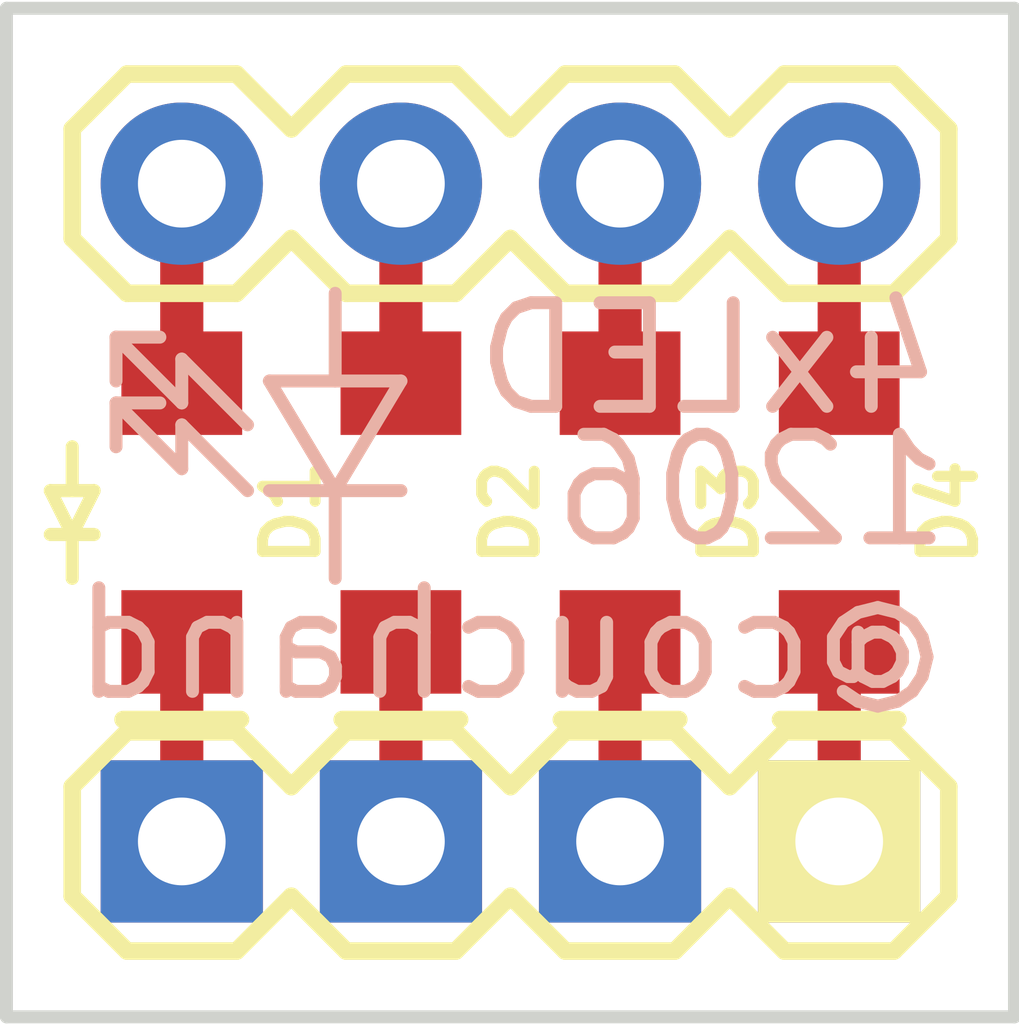
<source format=kicad_pcb>
(kicad_pcb (version 4) (host pcbnew 4.0.2+dfsg1-stable)

  (general
    (links 8)
    (no_connects 0)
    (area 129.972999 94.412999 141.807001 106.247001)
    (thickness 1.6)
    (drawings 35)
    (tracks 8)
    (zones 0)
    (modules 6)
    (nets 9)
  )

  (page USLetter)
  (title_block
    (title "4x1206 LED Breakout")
    (date 2017-10-04)
    (rev 1)
    (company Dona-Couch)
  )

  (layers
    (0 F.Cu signal)
    (31 B.Cu signal)
    (32 B.Adhes user)
    (33 F.Adhes user)
    (34 B.Paste user)
    (35 F.Paste user)
    (36 B.SilkS user hide)
    (37 F.SilkS user)
    (38 B.Mask user)
    (39 F.Mask user)
    (40 Dwgs.User user)
    (41 Cmts.User user)
    (42 Eco1.User user)
    (43 Eco2.User user)
    (44 Edge.Cuts user)
    (45 Margin user)
    (46 B.CrtYd user)
    (47 F.CrtYd user)
    (48 B.Fab user)
    (49 F.Fab user)
  )

  (setup
    (last_trace_width 0.5)
    (trace_clearance 0.25)
    (zone_clearance 0.508)
    (zone_45_only no)
    (trace_min 0.2)
    (segment_width 0.2)
    (edge_width 0.15)
    (via_size 0.6)
    (via_drill 0.4)
    (via_min_size 0.4)
    (via_min_drill 0.3)
    (uvia_size 0.3)
    (uvia_drill 0.1)
    (uvias_allowed no)
    (uvia_min_size 0.2)
    (uvia_min_drill 0.1)
    (pcb_text_width 0.3)
    (pcb_text_size 1.5 1.5)
    (mod_edge_width 0.15)
    (mod_text_size 1 1)
    (mod_text_width 0.15)
    (pad_size 1.8796 1.8796)
    (pad_drill 1.016)
    (pad_to_mask_clearance 0.2)
    (aux_axis_origin 130.81 105.41)
    (grid_origin 130.81 105.41)
    (visible_elements FFFFFF7F)
    (pcbplotparams
      (layerselection 0x00030_80000001)
      (usegerberextensions false)
      (excludeedgelayer true)
      (linewidth 0.100000)
      (plotframeref false)
      (viasonmask false)
      (mode 1)
      (useauxorigin false)
      (hpglpennumber 1)
      (hpglpenspeed 20)
      (hpglpendiameter 15)
      (hpglpenoverlay 2)
      (psnegative false)
      (psa4output false)
      (plotreference true)
      (plotvalue true)
      (plotinvisibletext false)
      (padsonsilk false)
      (subtractmaskfromsilk false)
      (outputformat 1)
      (mirror false)
      (drillshape 1)
      (scaleselection 1)
      (outputdirectory ""))
  )

  (net 0 "")
  (net 1 "Net-(D1-PadA)")
  (net 2 "Net-(D1-PadC)")
  (net 3 "Net-(D2-PadA)")
  (net 4 "Net-(D2-PadC)")
  (net 5 "Net-(D3-PadA)")
  (net 6 "Net-(D3-PadC)")
  (net 7 "Net-(D4-PadA)")
  (net 8 "Net-(D4-PadC)")

  (net_class Default "This is the default net class."
    (clearance 0.25)
    (trace_width 0.5)
    (via_dia 0.6)
    (via_drill 0.4)
    (uvia_dia 0.3)
    (uvia_drill 0.1)
    (add_net "Net-(D1-PadA)")
    (add_net "Net-(D1-PadC)")
    (add_net "Net-(D2-PadA)")
    (add_net "Net-(D2-PadC)")
    (add_net "Net-(D3-PadA)")
    (add_net "Net-(D3-PadC)")
    (add_net "Net-(D4-PadA)")
    (add_net "Net-(D4-PadC)")
  )

  (module LED-1206 (layer F.Cu) (tedit 59D582EC) (tstamp 59D58142)
    (at 132.08 100.33 270)
    (descr "LED 1206 SMT")
    (tags "LED 1206 SMT")
    (path /59D78D3A)
    (attr smd)
    (fp_text reference D1 (at 0 -1.27 270) (layer F.SilkS)
      (effects (font (size 0.6096 0.6096) (thickness 0.127)))
    )
    (fp_text value "" (at -0.127 1.27 270) (layer F.SilkS)
      (effects (font (size 0.6096 0.6096) (thickness 0.127)))
    )
    (fp_line (start 2.39776 -0.68072) (end 2.39776 0.68072) (layer F.SilkS) (width 0.2032))
    (fp_line (start 0.65278 -0.68072) (end 0.65278 0.68072) (layer Dwgs.User) (width 0.2032))
    (fp_line (start 0.635 0) (end 0.15748 -0.47498) (layer Dwgs.User) (width 0.2032))
    (fp_line (start 0.635 0) (end 0.15748 0.47498) (layer Dwgs.User) (width 0.2032))
    (pad A smd rect (at -1.4986 0 270) (size 1.19888 1.39954) (layers F.Cu F.Paste F.Mask)
      (net 1 "Net-(D1-PadA)") (solder_mask_margin 0.1016))
    (pad C smd rect (at 1.4986 0 270) (size 1.19888 1.39954) (layers F.Cu F.Paste F.Mask)
      (net 2 "Net-(D1-PadC)") (solder_mask_margin 0.1016))
  )

  (module LED-1206 (layer F.Cu) (tedit 59D582F3) (tstamp 59D5814C)
    (at 134.62 100.33 270)
    (descr "LED 1206 SMT")
    (tags "LED 1206 SMT")
    (path /59D57F55)
    (attr smd)
    (fp_text reference D2 (at 0 -1.27 270) (layer F.SilkS)
      (effects (font (size 0.6096 0.6096) (thickness 0.127)))
    )
    (fp_text value "" (at -0.127 1.27 270) (layer F.SilkS)
      (effects (font (size 0.6096 0.6096) (thickness 0.127)))
    )
    (fp_line (start 2.39776 -0.68072) (end 2.39776 0.68072) (layer F.SilkS) (width 0.2032))
    (fp_line (start 0.65278 -0.68072) (end 0.65278 0.68072) (layer Dwgs.User) (width 0.2032))
    (fp_line (start 0.635 0) (end 0.15748 -0.47498) (layer Dwgs.User) (width 0.2032))
    (fp_line (start 0.635 0) (end 0.15748 0.47498) (layer Dwgs.User) (width 0.2032))
    (pad A smd rect (at -1.4986 0 270) (size 1.19888 1.39954) (layers F.Cu F.Paste F.Mask)
      (net 3 "Net-(D2-PadA)") (solder_mask_margin 0.1016))
    (pad C smd rect (at 1.4986 0 270) (size 1.19888 1.39954) (layers F.Cu F.Paste F.Mask)
      (net 4 "Net-(D2-PadC)") (solder_mask_margin 0.1016))
  )

  (module LED-1206 (layer F.Cu) (tedit 59D582F8) (tstamp 59D58156)
    (at 137.16 100.33 270)
    (descr "LED 1206 SMT")
    (tags "LED 1206 SMT")
    (path /59D57FC1)
    (attr smd)
    (fp_text reference D3 (at 0 -1.27 270) (layer F.SilkS)
      (effects (font (size 0.6096 0.6096) (thickness 0.127)))
    )
    (fp_text value "" (at -0.127 1.27 270) (layer F.SilkS)
      (effects (font (size 0.6096 0.6096) (thickness 0.127)))
    )
    (fp_line (start 2.39776 -0.68072) (end 2.39776 0.68072) (layer F.SilkS) (width 0.2032))
    (fp_line (start 0.65278 -0.68072) (end 0.65278 0.68072) (layer Dwgs.User) (width 0.2032))
    (fp_line (start 0.635 0) (end 0.15748 -0.47498) (layer Dwgs.User) (width 0.2032))
    (fp_line (start 0.635 0) (end 0.15748 0.47498) (layer Dwgs.User) (width 0.2032))
    (pad A smd rect (at -1.4986 0 270) (size 1.19888 1.39954) (layers F.Cu F.Paste F.Mask)
      (net 5 "Net-(D3-PadA)") (solder_mask_margin 0.1016))
    (pad C smd rect (at 1.4986 0 270) (size 1.19888 1.39954) (layers F.Cu F.Paste F.Mask)
      (net 6 "Net-(D3-PadC)") (solder_mask_margin 0.1016))
  )

  (module LED-1206 (layer F.Cu) (tedit 59D582FC) (tstamp 59D58160)
    (at 139.7 100.33 270)
    (descr "LED 1206 SMT")
    (tags "LED 1206 SMT")
    (path /59D57FF4)
    (attr smd)
    (fp_text reference D4 (at 0 -1.27 270) (layer F.SilkS)
      (effects (font (size 0.6096 0.6096) (thickness 0.127)))
    )
    (fp_text value "" (at -0.127 1.27 270) (layer F.SilkS)
      (effects (font (size 0.6096 0.6096) (thickness 0.127)))
    )
    (fp_line (start 2.39776 -0.68072) (end 2.39776 0.68072) (layer F.SilkS) (width 0.2032))
    (fp_line (start 0.65278 -0.68072) (end 0.65278 0.68072) (layer Dwgs.User) (width 0.2032))
    (fp_line (start 0.635 0) (end 0.15748 -0.47498) (layer Dwgs.User) (width 0.2032))
    (fp_line (start 0.635 0) (end 0.15748 0.47498) (layer Dwgs.User) (width 0.2032))
    (pad A smd rect (at -1.4986 0 270) (size 1.19888 1.39954) (layers F.Cu F.Paste F.Mask)
      (net 7 "Net-(D4-PadA)") (solder_mask_margin 0.1016))
    (pad C smd rect (at 1.4986 0 270) (size 1.19888 1.39954) (layers F.Cu F.Paste F.Mask)
      (net 8 "Net-(D4-PadC)") (solder_mask_margin 0.1016))
  )

  (module 1X04 (layer F.Cu) (tedit 59D5903B) (tstamp 59D58182)
    (at 132.08 96.52)
    (descr "PLATED THROUGH HOLE - 4 PIN")
    (tags "PLATED THROUGH HOLE - 4 PIN")
    (path /59D580BD)
    (attr virtual)
    (fp_text reference "" (at 0 -1.905) (layer F.SilkS)
      (effects (font (size 0.6096 0.6096) (thickness 0.127)))
    )
    (fp_text value "" (at 0 1.905) (layer F.SilkS)
      (effects (font (size 0.6096 0.6096) (thickness 0.127)))
    )
    (fp_line (start 6.985 -1.27) (end 8.255 -1.27) (layer F.SilkS) (width 0.2032))
    (fp_line (start 8.255 -1.27) (end 8.89 -0.635) (layer F.SilkS) (width 0.2032))
    (fp_line (start 8.89 0.635) (end 8.255 1.27) (layer F.SilkS) (width 0.2032))
    (fp_line (start 3.81 -0.635) (end 4.445 -1.27) (layer F.SilkS) (width 0.2032))
    (fp_line (start 4.445 -1.27) (end 5.715 -1.27) (layer F.SilkS) (width 0.2032))
    (fp_line (start 5.715 -1.27) (end 6.35 -0.635) (layer F.SilkS) (width 0.2032))
    (fp_line (start 6.35 0.635) (end 5.715 1.27) (layer F.SilkS) (width 0.2032))
    (fp_line (start 5.715 1.27) (end 4.445 1.27) (layer F.SilkS) (width 0.2032))
    (fp_line (start 4.445 1.27) (end 3.81 0.635) (layer F.SilkS) (width 0.2032))
    (fp_line (start 6.985 -1.27) (end 6.35 -0.635) (layer F.SilkS) (width 0.2032))
    (fp_line (start 6.35 0.635) (end 6.985 1.27) (layer F.SilkS) (width 0.2032))
    (fp_line (start 8.255 1.27) (end 6.985 1.27) (layer F.SilkS) (width 0.2032))
    (fp_line (start -0.635 -1.27) (end 0.635 -1.27) (layer F.SilkS) (width 0.2032))
    (fp_line (start 0.635 -1.27) (end 1.27 -0.635) (layer F.SilkS) (width 0.2032))
    (fp_line (start 1.27 0.635) (end 0.635 1.27) (layer F.SilkS) (width 0.2032))
    (fp_line (start 1.27 -0.635) (end 1.905 -1.27) (layer F.SilkS) (width 0.2032))
    (fp_line (start 1.905 -1.27) (end 3.175 -1.27) (layer F.SilkS) (width 0.2032))
    (fp_line (start 3.175 -1.27) (end 3.81 -0.635) (layer F.SilkS) (width 0.2032))
    (fp_line (start 3.81 0.635) (end 3.175 1.27) (layer F.SilkS) (width 0.2032))
    (fp_line (start 3.175 1.27) (end 1.905 1.27) (layer F.SilkS) (width 0.2032))
    (fp_line (start 1.905 1.27) (end 1.27 0.635) (layer F.SilkS) (width 0.2032))
    (fp_line (start -1.27 -0.635) (end -1.27 0.635) (layer F.SilkS) (width 0.2032))
    (fp_line (start -0.635 -1.27) (end -1.27 -0.635) (layer F.SilkS) (width 0.2032))
    (fp_line (start -1.27 0.635) (end -0.635 1.27) (layer F.SilkS) (width 0.2032))
    (fp_line (start 0.635 1.27) (end -0.635 1.27) (layer F.SilkS) (width 0.2032))
    (fp_line (start 8.89 -0.635) (end 8.89 0.635) (layer F.SilkS) (width 0.2032))
    (pad 1 thru_hole circle (at 0 0) (size 1.8796 1.8796) (drill 1.016) (layers *.Cu *.Mask)
      (net 1 "Net-(D1-PadA)") (solder_mask_margin 0.1016))
    (pad 2 thru_hole circle (at 2.54 0) (size 1.8796 1.8796) (drill 1.016) (layers *.Cu *.Mask)
      (net 3 "Net-(D2-PadA)") (solder_mask_margin 0.1016))
    (pad 3 thru_hole circle (at 5.08 0) (size 1.8796 1.8796) (drill 1.016) (layers *.Cu *.Mask)
      (net 5 "Net-(D3-PadA)") (solder_mask_margin 0.1016))
    (pad 4 thru_hole circle (at 7.62 0) (size 1.8796 1.8796) (drill 1.016) (layers *.Cu *.Mask)
      (net 7 "Net-(D4-PadA)") (solder_mask_margin 0.1016))
  )

  (module 1X04 (layer F.Cu) (tedit 59D59041) (tstamp 59D581A4)
    (at 132.08 104.14)
    (descr "PLATED THROUGH HOLE - 4 PIN")
    (tags "PLATED THROUGH HOLE - 4 PIN")
    (path /59D58161)
    (attr virtual)
    (fp_text reference "" (at 0 -1.905) (layer F.SilkS)
      (effects (font (size 0.6096 0.6096) (thickness 0.127)))
    )
    (fp_text value "" (at 0 1.905) (layer F.SilkS)
      (effects (font (size 0.6096 0.6096) (thickness 0.127)))
    )
    (fp_line (start 6.985 -1.27) (end 8.255 -1.27) (layer F.SilkS) (width 0.2032))
    (fp_line (start 8.255 -1.27) (end 8.89 -0.635) (layer F.SilkS) (width 0.2032))
    (fp_line (start 8.89 0.635) (end 8.255 1.27) (layer F.SilkS) (width 0.2032))
    (fp_line (start 3.81 -0.635) (end 4.445 -1.27) (layer F.SilkS) (width 0.2032))
    (fp_line (start 4.445 -1.27) (end 5.715 -1.27) (layer F.SilkS) (width 0.2032))
    (fp_line (start 5.715 -1.27) (end 6.35 -0.635) (layer F.SilkS) (width 0.2032))
    (fp_line (start 6.35 0.635) (end 5.715 1.27) (layer F.SilkS) (width 0.2032))
    (fp_line (start 5.715 1.27) (end 4.445 1.27) (layer F.SilkS) (width 0.2032))
    (fp_line (start 4.445 1.27) (end 3.81 0.635) (layer F.SilkS) (width 0.2032))
    (fp_line (start 6.985 -1.27) (end 6.35 -0.635) (layer F.SilkS) (width 0.2032))
    (fp_line (start 6.35 0.635) (end 6.985 1.27) (layer F.SilkS) (width 0.2032))
    (fp_line (start 8.255 1.27) (end 6.985 1.27) (layer F.SilkS) (width 0.2032))
    (fp_line (start -0.635 -1.27) (end 0.635 -1.27) (layer F.SilkS) (width 0.2032))
    (fp_line (start 0.635 -1.27) (end 1.27 -0.635) (layer F.SilkS) (width 0.2032))
    (fp_line (start 1.27 0.635) (end 0.635 1.27) (layer F.SilkS) (width 0.2032))
    (fp_line (start 1.27 -0.635) (end 1.905 -1.27) (layer F.SilkS) (width 0.2032))
    (fp_line (start 1.905 -1.27) (end 3.175 -1.27) (layer F.SilkS) (width 0.2032))
    (fp_line (start 3.175 -1.27) (end 3.81 -0.635) (layer F.SilkS) (width 0.2032))
    (fp_line (start 3.81 0.635) (end 3.175 1.27) (layer F.SilkS) (width 0.2032))
    (fp_line (start 3.175 1.27) (end 1.905 1.27) (layer F.SilkS) (width 0.2032))
    (fp_line (start 1.905 1.27) (end 1.27 0.635) (layer F.SilkS) (width 0.2032))
    (fp_line (start -1.27 -0.635) (end -1.27 0.635) (layer F.SilkS) (width 0.2032))
    (fp_line (start -0.635 -1.27) (end -1.27 -0.635) (layer F.SilkS) (width 0.2032))
    (fp_line (start -1.27 0.635) (end -0.635 1.27) (layer F.SilkS) (width 0.2032))
    (fp_line (start 0.635 1.27) (end -0.635 1.27) (layer F.SilkS) (width 0.2032))
    (fp_line (start 8.89 -0.635) (end 8.89 0.635) (layer F.SilkS) (width 0.2032))
    (pad 1 thru_hole rect (at 0 0) (size 1.8796 1.8796) (drill 1.016) (layers *.Cu *.Mask)
      (net 2 "Net-(D1-PadC)") (solder_mask_margin 0.1016))
    (pad 2 thru_hole rect (at 2.54 0) (size 1.8796 1.8796) (drill 1.016) (layers *.Cu *.Mask)
      (net 4 "Net-(D2-PadC)") (solder_mask_margin 0.1016))
    (pad 3 thru_hole rect (at 5.08 0) (size 1.8796 1.8796) (drill 1.016) (layers *.Cu *.Mask)
      (net 6 "Net-(D3-PadC)") (solder_mask_margin 0.1016))
    (pad 4 thru_hole rect (at 7.62 0) (size 1.8796 1.8796) (drill 1.016) (layers *.Cu *.Mask F.SilkS)
      (net 8 "Net-(D4-PadC)") (solder_mask_margin 0.1016))
  )

  (gr_line (start 130.556 100.076) (end 131.064 100.076) (angle 90) (layer F.SilkS) (width 0.15) (tstamp 59D896EF))
  (gr_line (start 131.064 100.076) (end 130.81 100.584) (angle 90) (layer F.SilkS) (width 0.15) (tstamp 59D896EE))
  (gr_line (start 130.81 100.584) (end 130.556 100.076) (angle 90) (layer F.SilkS) (width 0.15) (tstamp 59D896ED))
  (gr_line (start 130.556 100.584) (end 131.064 100.584) (angle 90) (layer F.SilkS) (width 0.15) (tstamp 59D896EC))
  (gr_line (start 130.81 100.076) (end 130.81 99.568) (angle 90) (layer F.SilkS) (width 0.15) (tstamp 59D896EB))
  (gr_line (start 130.81 100.584) (end 130.81 101.092) (angle 90) (layer F.SilkS) (width 0.15) (tstamp 59D896EA))
  (gr_line (start 130.81 100.584) (end 130.81 101.092) (angle 90) (layer F.SilkS) (width 0.15))
  (gr_line (start 130.81 100.076) (end 130.81 99.568) (angle 90) (layer F.SilkS) (width 0.15))
  (gr_line (start 130.556 100.584) (end 131.064 100.584) (angle 90) (layer F.SilkS) (width 0.15))
  (gr_line (start 130.81 100.584) (end 130.556 100.076) (angle 90) (layer F.SilkS) (width 0.15))
  (gr_line (start 131.064 100.076) (end 130.81 100.584) (angle 90) (layer F.SilkS) (width 0.15))
  (gr_line (start 130.556 100.076) (end 131.064 100.076) (angle 90) (layer F.SilkS) (width 0.15))
  (gr_line (start 131.318 99.06) (end 131.826 99.06) (angle 90) (layer B.SilkS) (width 0.15))
  (gr_line (start 131.318 99.06) (end 131.318 99.568) (angle 90) (layer B.SilkS) (width 0.15))
  (gr_line (start 132.08 99.822) (end 131.318 99.06) (angle 90) (layer B.SilkS) (width 0.15))
  (gr_line (start 132.08 99.314) (end 132.08 99.822) (angle 90) (layer B.SilkS) (width 0.15))
  (gr_line (start 132.842 100.076) (end 132.08 99.314) (angle 90) (layer B.SilkS) (width 0.15))
  (gr_line (start 131.318 98.298) (end 131.826 98.298) (angle 90) (layer B.SilkS) (width 0.15))
  (gr_line (start 131.318 98.298) (end 131.318 98.806) (angle 90) (layer B.SilkS) (width 0.15))
  (gr_line (start 132.08 99.06) (end 131.318 98.298) (angle 90) (layer B.SilkS) (width 0.15))
  (gr_line (start 132.08 98.552) (end 132.08 99.06) (angle 90) (layer B.SilkS) (width 0.15))
  (gr_line (start 132.842 99.314) (end 132.08 98.552) (angle 90) (layer B.SilkS) (width 0.15))
  (gr_line (start 134.62 98.806) (end 133.858 100.076) (angle 90) (layer B.SilkS) (width 0.15))
  (gr_line (start 133.096 98.806) (end 134.62 98.806) (angle 90) (layer B.SilkS) (width 0.15))
  (gr_line (start 133.858 100.076) (end 133.096 98.806) (angle 90) (layer B.SilkS) (width 0.15))
  (gr_line (start 133.096 100.076) (end 134.62 100.076) (angle 90) (layer B.SilkS) (width 0.15))
  (gr_line (start 133.858 97.79) (end 133.858 98.806) (angle 90) (layer B.SilkS) (width 0.15))
  (gr_line (start 133.858 101.092) (end 133.858 100.076) (angle 90) (layer B.SilkS) (width 0.15))
  (gr_text @couchand (at 135.89 101.854) (layer B.SilkS)
    (effects (font (size 1.2 1.2) (thickness 0.15)) (justify mirror))
  )
  (gr_text 1206 (at 138.684 100.076) (layer B.SilkS)
    (effects (font (size 1.2 1.2) (thickness 0.15)) (justify mirror))
  )
  (gr_line (start 130.048 106.172) (end 130.048 94.488) (angle 90) (layer Edge.Cuts) (width 0.15))
  (gr_line (start 141.732 106.172) (end 130.048 106.172) (angle 90) (layer Edge.Cuts) (width 0.15))
  (gr_line (start 141.732 94.488) (end 141.732 106.172) (angle 90) (layer Edge.Cuts) (width 0.15))
  (gr_line (start 130.048 94.488) (end 141.732 94.488) (angle 90) (layer Edge.Cuts) (width 0.15))
  (gr_text 4xLED (at 140.97 98.552) (layer B.SilkS)
    (effects (font (size 1.2 1.2) (thickness 0.15)) (justify left mirror))
  )

  (segment (start 132.08 98.8314) (end 132.08 96.52) (width 0.5) (layer F.Cu) (net 1))
  (segment (start 132.08 101.8286) (end 132.08 104.14) (width 0.5) (layer F.Cu) (net 2))
  (segment (start 134.62 98.8314) (end 134.62 96.52) (width 0.5) (layer F.Cu) (net 3))
  (segment (start 134.62 101.8286) (end 134.62 104.14) (width 0.5) (layer F.Cu) (net 4))
  (segment (start 137.16 98.8314) (end 137.16 96.52) (width 0.5) (layer F.Cu) (net 5))
  (segment (start 137.16 101.8286) (end 137.16 104.14) (width 0.5) (layer F.Cu) (net 6))
  (segment (start 139.7 98.8314) (end 139.7 96.52) (width 0.5) (layer F.Cu) (net 7))
  (segment (start 139.7 101.8286) (end 139.7 104.14) (width 0.5) (layer F.Cu) (net 8))

)

</source>
